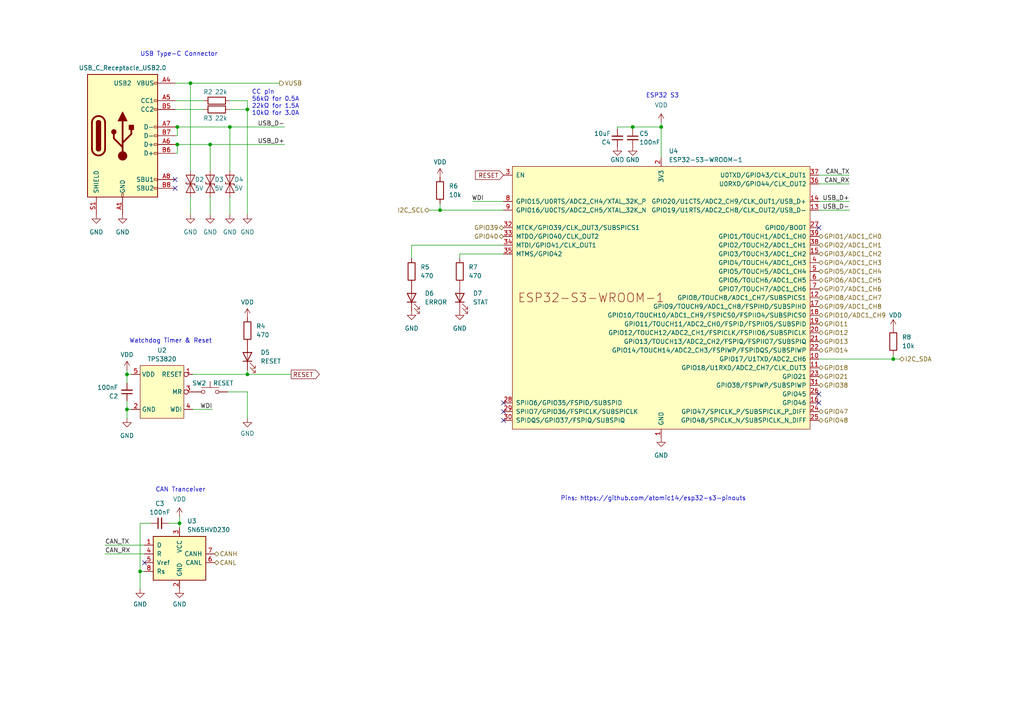
<source format=kicad_sch>
(kicad_sch (version 20231120) (generator "eeschema") (generator_version "8.0")
  (paper "A4")
  (lib_symbols
    (symbol "Connector:USB_C_Receptacle_USB2.0" (pin_names (offset 1.016))
      (property "Reference" "J" (at -10.16 19.05 0))
      (property "Value" "USB_C_Receptacle_USB2.0" (at 19.05 19.05 0))
      (symbol "USB_C_Receptacle_USB2.0_0_0"
        (rectangle (start -0.254 -17.78) (end 0.254 -16.764))
        (rectangle (start 10.16 -14.986) (end 9.144 -15.494))
        (rectangle (start 10.16 -12.446) (end 9.144 -12.954))
        (rectangle (start 10.16 -4.826) (end 9.144 -5.334))
        (rectangle (start 10.16 -2.286) (end 9.144 -2.794))
        (rectangle (start 10.16 0.254) (end 9.144 -0.254))
        (rectangle (start 10.16 2.794) (end 9.144 2.286))
        (rectangle (start 10.16 7.874) (end 9.144 7.366))
        (rectangle (start 10.16 10.414) (end 9.144 9.906))
        (rectangle (start 10.16 15.494) (end 9.144 14.986))
      )
      (symbol "USB_C_Receptacle_USB2.0_0_1"
        (rectangle (start -10.16 17.78) (end 10.16 -17.78) (stroke (width 0.254)) (fill (type background)))
        (arc (start -8.89 -3.81) (mid -6.985 -5.7067) (end -5.08 -3.81) (stroke (width 0.508)))
        (arc (start -7.62 -3.81) (mid -6.985 -4.4423) (end -6.35 -3.81) (stroke (width 0.254)))
        (arc (start -7.62 -3.81) (mid -6.985 -4.4423) (end -6.35 -3.81) (stroke (width 0.254)) (fill (type outline)))
        (rectangle (start -7.62 -3.81) (end -6.35 3.81) (stroke (width 0.254)) (fill (type outline)))
        (arc (start -6.35 3.81) (mid -6.985 4.4423) (end -7.62 3.81) (stroke (width 0.254)))
        (arc (start -6.35 3.81) (mid -6.985 4.4423) (end -7.62 3.81) (stroke (width 0.254)) (fill (type outline)))
        (arc (start -5.08 3.81) (mid -6.985 5.7067) (end -8.89 3.81) (stroke (width 0.508)))
        (circle (center -2.54 1.143) (radius 0.635) (stroke (width 0.254)) (fill (type outline)))
        (circle (center 0 -5.842) (radius 1.27) (fill (type outline)))
        (polyline (pts (xy -8.89 -3.81) (xy -8.89 3.81)) (stroke (width 0.508)))
        (polyline (pts (xy -5.08 3.81) (xy -5.08 -3.81)) (stroke (width 0.508)))
        (polyline (pts (xy 0 -5.842) (xy 0 4.318)) (stroke (width 0.508)))
        (polyline (pts (xy 0 -3.302) (xy -2.54 -0.762) (xy -2.54 0.508)) (stroke (width 0.508)))
        (polyline (pts (xy 0 -2.032) (xy 2.54 0.508) (xy 2.54 1.778)) (stroke (width 0.508)))
        (polyline (pts (xy -1.27 4.318) (xy 0 6.858) (xy 1.27 4.318) (xy -1.27 4.318)) (stroke (width 0.254)) (fill (type outline)))
        (rectangle (start 1.905 1.778) (end 3.175 3.048) (stroke (width 0.254)) (fill (type outline)))
      )
      (symbol "USB_C_Receptacle_USB2.0_1_1"
        (pin passive line (at 0 -22.86 90) (length 5.08) (name "GND") (number "A1"))
        (pin passive line (at 0 -22.86 90) (length 5.08) hide (name "GND") (number "A12"))
        (pin passive line (at 15.24 15.24 180) (length 5.08) (name "VBUS") (number "A4"))
        (pin bidirectional line (at 15.24 10.16 180) (length 5.08) (name "CC1") (number "A5"))
        (pin bidirectional line (at 15.24 -2.54 180) (length 5.08) (name "D+") (number "A6"))
        (pin bidirectional line (at 15.24 2.54 180) (length 5.08) (name "D-") (number "A7"))
        (pin bidirectional line (at 15.24 -12.7 180) (length 5.08) (name "SBU1") (number "A8"))
        (pin passive line (at 15.24 15.24 180) (length 5.08) hide (name "VBUS") (number "A9"))
        (pin passive line (at 0 -22.86 90) (length 5.08) hide (name "GND") (number "B1"))
        (pin passive line (at 0 -22.86 90) (length 5.08) hide (name "GND") (number "B12"))
        (pin passive line (at 15.24 15.24 180) (length 5.08) hide (name "VBUS") (number "B4"))
        (pin bidirectional line (at 15.24 7.62 180) (length 5.08) (name "CC2") (number "B5"))
        (pin bidirectional line (at 15.24 -5.08 180) (length 5.08) (name "D+") (number "B6"))
        (pin bidirectional line (at 15.24 0 180) (length 5.08) (name "D-") (number "B7"))
        (pin bidirectional line (at 15.24 -15.24 180) (length 5.08) (name "SBU2") (number "B8"))
        (pin passive line (at 15.24 15.24 180) (length 5.08) hide (name "VBUS") (number "B9"))
        (pin passive line (at -7.62 -22.86 90) (length 5.08) (name "SHIELD") (number "S1"))
      )
    )
    (symbol "Device:C_Small" (pin_numbers hide) (pin_names (offset 0.254) hide)
      (property "Reference" "C" (at 0.254 1.778 0))
      (property "Value" "C_Small" (at 0.254 -2.032 0))
      (symbol "C_Small_0_1"
        (polyline (pts (xy -1.524 -0.508) (xy 1.524 -0.508)) (stroke (width 0.3302)))
        (polyline (pts (xy -1.524 0.508) (xy 1.524 0.508)) (stroke (width 0.3048)))
      )
      (symbol "C_Small_1_1"
        (pin passive line (at 0 2.54 270) (length 2.032) (name "~") (number "1"))
        (pin passive line (at 0 -2.54 90) (length 2.032) (name "~") (number "2"))
      )
    )
    (symbol "Device:LED" (pin_numbers hide) (pin_names (offset 1.016) hide)
      (property "Reference" "D" (at 0 2.54 0))
      (property "Value" "LED" (at 0 -2.54 0))
      (symbol "LED_0_1"
        (polyline (pts (xy -1.27 -1.27) (xy -1.27 1.27)) (stroke (width 0.254)))
        (polyline (pts (xy -1.27 0) (xy 1.27 0)))
        (polyline (pts (xy 1.27 -1.27) (xy 1.27 1.27) (xy -1.27 0) (xy 1.27 -1.27)) (stroke (width 0.254)))
        (polyline (pts (xy -3.048 -0.762) (xy -4.572 -2.286) (xy -3.81 -2.286) (xy -4.572 -2.286) (xy -4.572 -1.524)))
        (polyline (pts (xy -1.778 -0.762) (xy -3.302 -2.286) (xy -2.54 -2.286) (xy -3.302 -2.286) (xy -3.302 -1.524)))
      )
      (symbol "LED_1_1"
        (pin passive line (at -3.81 0 0) (length 2.54) (name "K") (number "1"))
        (pin passive line (at 3.81 0 180) (length 2.54) (name "A") (number "2"))
      )
    )
    (symbol "Device:R" (pin_numbers hide) (pin_names (offset 0))
      (property "Reference" "R" (at 2.032 0 90))
      (property "Value" "R" (at 0 0 90))
      (symbol "R_0_1"
        (rectangle (start -1.016 -2.54) (end 1.016 2.54) (stroke (width 0.254)))
      )
      (symbol "R_1_1"
        (pin passive line (at 0 3.81 270) (length 1.27) (name "~") (number "1"))
        (pin passive line (at 0 -3.81 90) (length 1.27) (name "~") (number "2"))
      )
    )
    (symbol "Diode:ESD9B5.0ST5G" (pin_numbers hide) (pin_names (offset 1.016) hide)
      (property "Reference" "D" (at 0 2.54 0))
      (property "Value" "ESD9B5.0ST5G" (at 0 -2.54 0))
      (symbol "ESD9B5.0ST5G_0_1"
        (polyline (pts (xy 1.27 0) (xy -1.27 0)))
        (polyline (pts (xy -2.54 -1.27) (xy 0 0) (xy -2.54 1.27) (xy -2.54 -1.27)) (stroke (width 0.2032)))
        (polyline (pts (xy 0.508 1.27) (xy 0 1.27) (xy 0 -1.27) (xy -0.508 -1.27)) (stroke (width 0.2032)))
        (polyline (pts (xy 2.54 1.27) (xy 2.54 -1.27) (xy 0 0) (xy 2.54 1.27)) (stroke (width 0.2032)))
      )
      (symbol "ESD9B5.0ST5G_1_1"
        (pin passive line (at -3.81 0 0) (length 2.54) (name "A1") (number "1"))
        (pin passive line (at 3.81 0 180) (length 2.54) (name "A2") (number "2"))
      )
    )
    (symbol "Interface_CAN_LIN:SN65HVD230" (pin_names (offset 1.016))
      (property "Reference" "U" (at -2.54 10.16 0))
      (property "Value" "SN65HVD230" (at -2.54 7.62 0))
      (symbol "SN65HVD230_0_1"
        (rectangle (start -7.62 5.08) (end 7.62 -7.62) (stroke (width 0.254)) (fill (type background)))
      )
      (symbol "SN65HVD230_1_1"
        (pin input line (at -10.16 2.54 0) (length 2.54) (name "D") (number "1"))
        (pin power_in line (at 0 -10.16 90) (length 2.54) (name "GND") (number "2"))
        (pin power_in line (at 0 7.62 270) (length 2.54) (name "VCC") (number "3"))
        (pin output line (at -10.16 0 0) (length 2.54) (name "R") (number "4"))
        (pin output line (at -10.16 -2.54 0) (length 2.54) (name "Vref") (number "5"))
        (pin bidirectional line (at 10.16 -2.54 180) (length 2.54) (name "CANL") (number "6"))
        (pin bidirectional line (at 10.16 0 180) (length 2.54) (name "CANH") (number "7"))
        (pin input line (at -10.16 -5.08 0) (length 2.54) (name "Rs") (number "8"))
      )
    )
    (symbol "PCM_Espressif:ESP32-S3-WROOM-1" (pin_names (offset 1.016))
      (property "Reference" "U" (at -43.18 43.18 0))
      (property "Value" "ESP32-S3-WROOM-1" (at -43.18 40.64 0))
      (symbol "ESP32-S3-WROOM-1_0_0"
        (text "ESP32-S3-WROOM-1" (at -20.32 0 0) (effects (font (size 2.54 2.54))))
        (pin power_in line (at 0 -40.64 90) (length 2.54) (name "GND") (number "1"))
        (pin bidirectional line (at 45.72 -17.78 180) (length 2.54) (name "GPIO17/U1TXD/ADC2_CH6") (number "10"))
        (pin bidirectional line (at 45.72 -20.32 180) (length 2.54) (name "GPIO18/U1RXD/ADC2_CH7/CLK_OUT3") (number "11"))
        (pin bidirectional line (at 45.72 0 180) (length 2.54) (name "GPIO8/TOUCH8/ADC1_CH7/SUBSPICS1") (number "12"))
        (pin bidirectional line (at 45.72 25.4 180) (length 2.54) (name "GPIO19/U1RTS/ADC2_CH8/CLK_OUT2/USB_D-") (number "13"))
        (pin bidirectional line (at 45.72 27.94 180) (length 2.54) (name "GPIO20/U1CTS/ADC2_CH9/CLK_OUT1/USB_D+") (number "14"))
        (pin bidirectional line (at 45.72 12.7 180) (length 2.54) (name "GPIO3/TOUCH3/ADC1_CH2") (number "15"))
        (pin bidirectional line (at 45.72 -30.48 180) (length 2.54) (name "GPIO46") (number "16"))
        (pin bidirectional line (at 45.72 -2.54 180) (length 2.54) (name "GPIO9/TOUCH9/ADC1_CH8/FSPIHD/SUBSPIHD") (number "17"))
        (pin bidirectional line (at 45.72 -5.08 180) (length 2.54) (name "GPIO10/TOUCH10/ADC1_CH9/FSPICS0/FSPIIO4/SUBSPICS0") (number "18"))
        (pin bidirectional line (at 45.72 -7.62 180) (length 2.54) (name "GPIO11/TOUCH11/ADC2_CH0/FSPID/FSPIIO5/SUBSPID") (number "19"))
        (pin power_in line (at 0 40.64 270) (length 2.54) (name "3V3") (number "2"))
        (pin bidirectional line (at 45.72 -10.16 180) (length 2.54) (name "GPIO12/TOUCH12/ADC2_CH1/FSPICLK/FSPIIO6/SUBSPICLK") (number "20"))
        (pin bidirectional line (at 45.72 -12.7 180) (length 2.54) (name "GPIO13/TOUCH13/ADC2_CH2/FSPIQ/FSPIIO7/SUBSPIQ") (number "21"))
        (pin bidirectional line (at 45.72 -15.24 180) (length 2.54) (name "GPIO14/TOUCH14/ADC2_CH3/FSPIWP/FSPIDQS/SUBSPIWP") (number "22"))
        (pin bidirectional line (at 45.72 -22.86 180) (length 2.54) (name "GPIO21") (number "23"))
        (pin bidirectional line (at 45.72 -33.02 180) (length 2.54) (name "GPIO47/SPICLK_P/SUBSPICLK_P_DIFF") (number "24"))
        (pin bidirectional line (at 45.72 -35.56 180) (length 2.54) (name "GPIO48/SPICLK_N/SUBSPICLK_N_DIFF") (number "25"))
        (pin bidirectional line (at 45.72 -27.94 180) (length 2.54) (name "GPIO45") (number "26"))
        (pin bidirectional line (at 45.72 20.32 180) (length 2.54) (name "GPIO0/BOOT") (number "27"))
        (pin bidirectional line (at -45.72 -30.48 0) (length 2.54) (name "SPIIO6/GPIO35/FSPID/SUBSPID") (number "28"))
        (pin bidirectional line (at -45.72 -33.02 0) (length 2.54) (name "SPIIO7/GPIO36/FSPICLK/SUBSPICLK") (number "29"))
        (pin input line (at -45.72 35.56 0) (length 2.54) (name "EN") (number "3"))
        (pin bidirectional line (at -45.72 -35.56 0) (length 2.54) (name "SPIDQS/GPIO37/FSPIQ/SUBSPIQ") (number "30"))
        (pin bidirectional line (at 45.72 -25.4 180) (length 2.54) (name "GPIO38/FSPIWP/SUBSPIWP") (number "31"))
        (pin bidirectional line (at -45.72 20.32 0) (length 2.54) (name "MTCK/GPIO39/CLK_OUT3/SUBSPICS1") (number "32"))
        (pin bidirectional line (at -45.72 17.78 0) (length 2.54) (name "MTDO/GPIO40/CLK_OUT2") (number "33"))
        (pin bidirectional line (at -45.72 15.24 0) (length 2.54) (name "MTDI/GPIO41/CLK_OUT1") (number "34"))
        (pin bidirectional line (at -45.72 12.7 0) (length 2.54) (name "MTMS/GPIO42") (number "35"))
        (pin bidirectional line (at 45.72 33.02 180) (length 2.54) (name "U0RXD/GPIO44/CLK_OUT2") (number "36"))
        (pin bidirectional line (at 45.72 35.56 180) (length 2.54) (name "U0TXD/GPIO43/CLK_OUT1") (number "37"))
        (pin bidirectional line (at 45.72 15.24 180) (length 2.54) (name "GPIO2/TOUCH2/ADC1_CH1") (number "38"))
        (pin bidirectional line (at 45.72 17.78 180) (length 2.54) (name "GPIO1/TOUCH1/ADC1_CH0") (number "39"))
        (pin bidirectional line (at 45.72 10.16 180) (length 2.54) (name "GPIO4/TOUCH4/ADC1_CH3") (number "4"))
        (pin passive line (at 0 -40.64 90) (length 2.54) hide (name "GND") (number "40"))
        (pin passive line (at 0 -40.64 90) (length 2.54) hide (name "GND") (number "41"))
        (pin bidirectional line (at 45.72 7.62 180) (length 2.54) (name "GPIO5/TOUCH5/ADC1_CH4") (number "5"))
        (pin bidirectional line (at 45.72 5.08 180) (length 2.54) (name "GPIO6/TOUCH6/ADC1_CH5") (number "6"))
        (pin bidirectional line (at 45.72 2.54 180) (length 2.54) (name "GPIO7/TOUCH7/ADC1_CH6") (number "7"))
        (pin bidirectional line (at -45.72 27.94 0) (length 2.54) (name "GPIO15/U0RTS/ADC2_CH4/XTAL_32K_P") (number "8"))
        (pin bidirectional line (at -45.72 25.4 0) (length 2.54) (name "GPIO16/U0CTS/ADC2_CH5/XTAL_32K_N") (number "9"))
      )
      (symbol "ESP32-S3-WROOM-1_0_1"
        (rectangle (start -43.18 38.1) (end 43.18 -38.1) (fill (type background)))
      )
    )
    (symbol "Switch:SW_Push" (pin_numbers hide) (pin_names (offset 1.016) hide)
      (property "Reference" "SW" (at 1.27 2.54 0))
      (property "Value" "SW_Push" (at 0 -1.524 0))
      (symbol "SW_Push_0_1"
        (circle (center -2.032 0) (radius 0.508))
        (polyline (pts (xy 0 1.27) (xy 0 3.048)))
        (polyline (pts (xy 2.54 1.27) (xy -2.54 1.27)))
        (circle (center 2.032 0) (radius 0.508))
        (pin passive line (at -5.08 0 0) (length 2.54) (name "1") (number "1"))
        (pin passive line (at 5.08 0 180) (length 2.54) (name "2") (number "2"))
      )
    )
    (symbol "WOBCLibrary:TPS3820"
      (property "Reference" "U" (at 0 0 0))
      (property "Value" "TPS3820" (at 0 8.89 0))
      (symbol "TPS3820_1_1"
        (rectangle (start -6.35 7.62) (end 6.35 -7.62) (fill (type background)))
        (pin output inverted (at 8.89 5.08 180) (length 2.54) (name "RESET") (number "1"))
        (pin power_in line (at -8.89 -5.08 0) (length 2.54) (name "GND") (number "2"))
        (pin input inverted (at 8.89 0 180) (length 2.54) (name "MR") (number "3"))
        (pin input line (at 8.89 -5.08 180) (length 2.54) (name "WDI") (number "4"))
        (pin power_in line (at -8.89 5.08 0) (length 2.54) (name "VDD") (number "5"))
      )
    )
    (symbol "power:GND" (power) (pin_names (offset 0))
      (property "Value" "GND" (at 0 -3.81 0))
      (symbol "GND_0_1"
        (polyline (pts (xy 0 0) (xy 0 -1.27) (xy 1.27 -1.27) (xy 0 -2.54) (xy -1.27 -1.27) (xy 0 -1.27)))
      )
      (symbol "GND_1_1"
        (pin power_in line (at 0 0 270) (length 0) hide (name "GND") (number "1"))
      )
    )
    (symbol "power:VDD" (power) (pin_names (offset 0))
      (property "Value" "VDD" (at 0 3.81 0))
      (symbol "VDD_0_1"
        (polyline (pts (xy -0.762 1.27) (xy 0 2.54)))
        (polyline (pts (xy 0 0) (xy 0 2.54)))
        (polyline (pts (xy 0 2.54) (xy 0.762 1.27)))
      )
      (symbol "VDD_1_1"
        (pin power_in line (at 0 0 90) (length 0) hide (name "VDD") (number "1"))
      )
    )
  )
  (junction (at 127.635 60.96))
  (junction (at 71.755 31.75))
  (junction (at 66.675 36.83))
  (junction (at 40.64 165.735))
  (junction (at 55.245 24.13))
  (junction (at 36.83 108.585))
  (junction (at 259.08 104.14))
  (junction (at 36.83 118.745))
  (junction (at 52.07 151.765))
  (junction (at 51.435 36.83))
  (junction (at 183.515 36.83))
  (junction (at 60.96 41.91))
  (junction (at 71.755 108.585))
  (junction (at 191.77 36.83))
  (junction (at 51.435 41.91))
  (no_connect (at 237.49 116.84))
  (no_connect (at 237.49 66.04))
  (no_connect (at 41.91 163.195))
  (no_connect (at 146.05 116.84))
  (no_connect (at 146.05 121.92))
  (no_connect (at 237.49 114.3))
  (no_connect (at 50.8 54.61))
  (no_connect (at 146.05 119.38))
  (no_connect (at 50.8 52.07))
  (wire (pts (xy 60.96 62.23) (xy 60.96 57.15)))
  (wire (pts (xy 50.8 44.45) (xy 51.435 44.45)))
  (wire (pts (xy 84.455 108.585) (xy 71.755 108.585)))
  (wire (pts (xy 246.38 60.96) (xy 237.49 60.96)))
  (wire (pts (xy 40.64 170.815) (xy 40.64 165.735)))
  (wire (pts (xy 60.96 41.91) (xy 60.96 49.53)))
  (wire (pts (xy 55.245 62.23) (xy 55.245 57.15)))
  (wire (pts (xy 127.635 59.055) (xy 127.635 60.96)))
  (wire (pts (xy 50.8 36.83) (xy 51.435 36.83)))
  (wire (pts (xy 119.38 71.12) (xy 146.05 71.12)))
  (wire (pts (xy 82.55 41.91) (xy 60.96 41.91)))
  (wire (pts (xy 66.675 29.21) (xy 71.755 29.21)))
  (wire (pts (xy 259.08 102.87) (xy 259.08 104.14)))
  (wire (pts (xy 51.435 41.91) (xy 50.8 41.91)))
  (wire (pts (xy 191.77 36.83) (xy 183.515 36.83)))
  (wire (pts (xy 59.055 31.75) (xy 50.8 31.75)))
  (wire (pts (xy 71.755 113.665) (xy 71.755 121.285)))
  (wire (pts (xy 191.77 36.83) (xy 191.77 45.72)))
  (wire (pts (xy 36.83 116.205) (xy 36.83 118.745)))
  (wire (pts (xy 66.675 36.83) (xy 82.55 36.83)))
  (wire (pts (xy 66.675 31.75) (xy 71.755 31.75)))
  (wire (pts (xy 183.515 36.83) (xy 183.515 37.465)))
  (wire (pts (xy 40.64 151.765) (xy 43.815 151.765)))
  (wire (pts (xy 55.245 24.13) (xy 50.8 24.13)))
  (wire (pts (xy 55.245 24.13) (xy 55.245 49.53)))
  (wire (pts (xy 36.83 108.585) (xy 38.1 108.585)))
  (wire (pts (xy 133.35 74.93) (xy 133.35 73.66)))
  (wire (pts (xy 119.38 71.12) (xy 119.38 74.93)))
  (wire (pts (xy 36.83 107.315) (xy 36.83 108.585)))
  (wire (pts (xy 51.435 39.37) (xy 51.435 36.83)))
  (wire (pts (xy 179.07 36.83) (xy 183.515 36.83)))
  (wire (pts (xy 40.64 165.735) (xy 41.91 165.735)))
  (wire (pts (xy 48.895 151.765) (xy 52.07 151.765)))
  (wire (pts (xy 51.435 36.83) (xy 66.675 36.83)))
  (wire (pts (xy 52.07 149.86) (xy 52.07 151.765)))
  (wire (pts (xy 237.49 50.8) (xy 246.38 50.8)))
  (wire (pts (xy 246.38 53.34) (xy 237.49 53.34)))
  (wire (pts (xy 191.77 35.56) (xy 191.77 36.83)))
  (wire (pts (xy 133.35 73.66) (xy 146.05 73.66)))
  (wire (pts (xy 60.96 41.91) (xy 51.435 41.91)))
  (wire (pts (xy 179.07 37.465) (xy 179.07 36.83)))
  (wire (pts (xy 61.595 118.745) (xy 55.88 118.745)))
  (wire (pts (xy 260.985 104.14) (xy 259.08 104.14)))
  (wire (pts (xy 66.675 36.83) (xy 66.675 49.53)))
  (wire (pts (xy 71.755 31.75) (xy 71.755 62.23)))
  (wire (pts (xy 59.055 29.21) (xy 50.8 29.21)))
  (wire (pts (xy 51.435 44.45) (xy 51.435 41.91)))
  (wire (pts (xy 30.48 160.655) (xy 41.91 160.655)))
  (wire (pts (xy 36.83 118.745) (xy 38.1 118.745)))
  (wire (pts (xy 55.245 24.13) (xy 81.0822 24.13)))
  (wire (pts (xy 66.04 113.665) (xy 71.755 113.665)))
  (wire (pts (xy 36.83 108.585) (xy 36.83 111.125)))
  (wire (pts (xy 124.46 60.96) (xy 127.635 60.96)))
  (wire (pts (xy 30.48 158.115) (xy 41.91 158.115)))
  (wire (pts (xy 66.675 62.23) (xy 66.675 57.15)))
  (wire (pts (xy 40.64 165.735) (xy 40.64 151.765)))
  (wire (pts (xy 259.08 104.14) (xy 237.49 104.14)))
  (wire (pts (xy 71.755 108.585) (xy 55.88 108.585)))
  (wire (pts (xy 137.16 58.42) (xy 146.05 58.42)))
  (wire (pts (xy 71.755 29.21) (xy 71.755 31.75)))
  (wire (pts (xy 52.07 151.765) (xy 52.07 153.035)))
  (wire (pts (xy 71.755 107.315) (xy 71.755 108.585)))
  (wire (pts (xy 246.38 58.42) (xy 237.49 58.42)))
  (wire (pts (xy 50.8 39.37) (xy 51.435 39.37)))
  (wire (pts (xy 36.83 121.285) (xy 36.83 118.745)))
  (wire (pts (xy 127.635 60.96) (xy 146.05 60.96)))
  (text "CC pin\n56kΩ for 0.5A\n22kΩ for 1.5A\n10kΩ for 3.0A" (at 73.025 33.655 0) (effects (font (size 1.27 1.27)) (justify left bottom)))
  (text "CAN Tranceiver" (at 45.085 142.875 0) (effects (font (size 1.27 1.27)) (justify left bottom)))
  (text "USB Type-C Connector" (at 40.64 16.51 0) (effects (font (size 1.27 1.27)) (justify left bottom)))
  (text "Watchdog Timer & Reset" (at 37.465 99.695 0) (effects (font (size 1.27 1.27)) (justify left bottom)))
  (text "ESP32 S3" (at 187.325 28.575 0) (effects (font (size 1.27 1.27)) (justify left bottom)))
  (text "Pins: https://github.com/atomic14/esp32-s3-pinouts" (at 162.56 145.415 0) (effects (font (size 1.27 1.27)) (justify left bottom)))
  (label "WDI" (at 61.595 118.745 180))
  (label "USB_D-" (at 82.55 36.83 180))
  (label "WDI" (at 140.335 58.42 180))
  (label "CAN_TX" (at 30.48 158.115 0))
  (label "USB_D+" (at 246.38 58.42 180))
  (label "CAN_RX" (at 30.48 160.655 0))
  (label "CAN_RX" (at 246.38 53.34 180))
  (label "CAN_TX" (at 239.395 50.8 0))
  (label "USB_D+" (at 82.55 41.91 180))
  (label "USB_D-" (at 246.38 60.96 180))
  (global_label "RESET" (shape input) (at 146.05 50.8 180) (property "Intersheetrefs" "${INTERSHEET_REFS}" (effects (hide yes))))
  (global_label "RESET" (shape output) (at 84.455 108.585 0) (property "Intersheetrefs" "${INTERSHEET_REFS}" (effects (hide yes))))
  (hierarchical_label "GPIO1{slash}ADC1_CH0" (shape bidirectional) (at 237.49 68.58 0))
  (hierarchical_label "I2C_SCL" (shape bidirectional) (at 124.46 60.96 180))
  (hierarchical_label "GPIO8{slash}ADC1_CH7" (shape bidirectional) (at 237.49 86.36 0))
  (hierarchical_label "GPIO40" (shape bidirectional) (at 146.05 68.58 180))
  (hierarchical_label "GPIO5{slash}ADC1_CH4" (shape bidirectional) (at 237.49 78.74 0))
  (hierarchical_label "GPIO14" (shape bidirectional) (at 237.49 101.6 0))
  (hierarchical_label "GPIO7{slash}ADC1_CH6" (shape bidirectional) (at 237.49 83.82 0))
  (hierarchical_label "GPIO38" (shape bidirectional) (at 237.49 111.76 0))
  (hierarchical_label "GPIO21" (shape bidirectional) (at 237.49 109.22 0))
  (hierarchical_label "GPIO11" (shape bidirectional) (at 237.49 93.98 0))
  (hierarchical_label "GPIO18" (shape bidirectional) (at 237.49 106.68 0))
  (hierarchical_label "VUSB" (shape output) (at 81.0822 24.13 0))
  (hierarchical_label "GPIO6{slash}ADC1_CH5" (shape bidirectional) (at 237.49 81.28 0))
  (hierarchical_label "CANL" (shape bidirectional) (at 62.23 163.195 0))
  (hierarchical_label "GPIO48" (shape bidirectional) (at 237.49 121.92 0))
  (hierarchical_label "GPIO39" (shape bidirectional) (at 146.05 66.04 180))
  (hierarchical_label "GPIO10{slash}ADC1_CH9" (shape bidirectional) (at 237.49 91.44 0))
  (hierarchical_label "GPIO12" (shape bidirectional) (at 237.49 96.52 0))
  (hierarchical_label "GPIO9{slash}ADC1_CH8" (shape bidirectional) (at 237.49 88.9 0))
  (hierarchical_label "GPIO13" (shape bidirectional) (at 237.49 99.06 0))
  (hierarchical_label "GPIO3{slash}ADC1_CH2" (shape bidirectional) (at 237.49 73.66 0))
  (hierarchical_label "GPIO4{slash}ADC1_CH3" (shape bidirectional) (at 237.49 76.2 0))
  (hierarchical_label "CANH" (shape bidirectional) (at 62.23 160.655 0))
  (hierarchical_label "GPIO2{slash}ADC1_CH1" (shape bidirectional) (at 237.49 71.12 0))
  (hierarchical_label "I2C_SDA" (shape bidirectional) (at 260.985 104.14 0))
  (hierarchical_label "GPIO47" (shape bidirectional) (at 237.49 119.38 0))
  (symbol (lib_id "power:GND") (at 183.515 42.545 0) (unit 1)
    (property "Reference" "#PWR019" (effects (hide yes)))
    (property "Value" "GND" (at 183.515 46.355 0))
  )
  (symbol (lib_id "power:GND") (at 71.755 121.285 0) (unit 1)
    (property "Reference" "#PWR014" (effects (hide yes)))
    (property "Value" "GND" (at 71.755 125.73 0))
  )
  (symbol (lib_id "Device:R") (at 127.635 55.245 0) (unit 1)
    (property "Reference" "R6" (at 130.175 53.975 0) (effects (justify left)))
    (property "Value" "10k" (at 130.175 56.515 0) (effects (justify left)))
    (property "Footprint" "Resistor_SMD:R_0402_1005Metric" (effects (hide yes)))
  )
  (symbol (lib_id "power:GND") (at 36.83 121.285 0) (unit 1)
    (property "Reference" "#PWR05" (effects (hide yes)))
    (property "Value" "GND" (at 36.83 126.365 0))
  )
  (symbol (lib_id "power:VDD") (at 36.83 107.315 0) (unit 1)
    (property "Reference" "#PWR04" (effects (hide yes)))
    (property "Value" "VDD" (at 36.83 102.87 0))
  )
  (symbol (lib_id "power:GND") (at 52.07 170.815 0) (unit 1)
    (property "Reference" "#PWR08" (effects (hide yes)))
    (property "Value" "GND" (at 52.07 175.26 0))
  )
  (symbol (lib_id "Device:LED") (at 119.38 86.36 90) (unit 1)
    (property "Reference" "D6" (at 123.19 85.09 90) (effects (justify right)))
    (property "Value" "ERROR" (at 123.19 87.63 90) (effects (justify right)))
    (property "Footprint" "LED_SMD:LED_0603_1608Metric" (effects (hide yes)))
  )
  (symbol (lib_id "Device:LED") (at 71.755 103.505 90) (unit 1)
    (property "Reference" "D5" (at 75.565 102.235 90) (effects (justify right)))
    (property "Value" "RESET" (at 75.565 104.775 90) (effects (justify right)))
    (property "Footprint" "LED_SMD:LED_0603_1608Metric" (effects (hide yes)))
  )
  (symbol (lib_id "power:VDD") (at 259.08 95.25 0) (unit 1)
    (property "Reference" "#PWR022" (effects (hide yes)))
    (property "Value" "VDD" (at 259.715 91.44 0))
  )
  (symbol (lib_id "power:GND") (at 60.96 62.23 0) (unit 1)
    (property "Reference" "#PWR010" (effects (hide yes)))
    (property "Value" "GND" (at 60.96 67.31 0))
  )
  (symbol (lib_id "power:GND") (at 27.94 62.23 0) (unit 1)
    (property "Reference" "#PWR02" (effects (hide yes)))
    (property "Value" "GND" (at 27.94 67.31 0))
  )
  (symbol (lib_id "Connector:USB_C_Receptacle_USB2.0") (at 35.56 39.37 0) (unit 1)
    (property "Reference" "USB2" (at 35.56 24.13 0))
    (property "Value" "USB_C_Receptacle_USB2.0" (at 35.56 19.685 0))
    (property "Footprint" "Connector_USB:USB_C_Receptacle_XKB_U262-16XN-4BVC11" (effects (hide yes)))
    (property "Datasheet" "https://www.usb.org/sites/default/files/documents/usb_type-c.zip" (effects (hide yes)))
  )
  (symbol (lib_id "power:GND") (at 66.675 62.23 0) (unit 1)
    (property "Reference" "#PWR011" (effects (hide yes)))
    (property "Value" "GND" (at 66.675 67.31 0))
  )
  (symbol (lib_id "power:GND") (at 119.38 90.17 0) (unit 1)
    (property "Reference" "#PWR015" (effects (hide yes)))
    (property "Value" "GND" (at 119.38 95.25 0))
  )
  (symbol (lib_id "PCM_Espressif:ESP32-S3-WROOM-1") (at 191.77 86.36 0) (unit 1)
    (property "Reference" "U4" (at 193.9641 43.815 0) (effects (justify left)))
    (property "Value" "ESP32-S3-WROOM-1" (at 193.9641 46.355 0) (effects (justify left)))
    (property "Footprint" "RF_Module:ESP32-S3-WROOM-1" (effects (hide yes)))
    (property "Datasheet" "https://www.espressif.com/sites/default/files/documentation/esp32-s3-wroom-1_wroom-1u_datasheet_en.pdf" (effects (hide yes)))
  )
  (symbol (lib_id "Diode:ESD9B5.0ST5G") (at 66.675 53.34 90) (unit 1)
    (property "Reference" "D4" (at 67.945 52.07 90) (effects (justify right)))
    (property "Value" "5V" (at 67.945 54.61 90) (effects (justify right)))
    (property "Footprint" "Diode_SMD:D_SOD-923" (effects (hide yes)))
    (property "Datasheet" "https://www.onsemi.com/pub/Collateral/ESD9B-D.PDF" (effects (hide yes)))
  )
  (symbol (lib_id "power:GND") (at 179.07 42.545 0) (unit 1)
    (property "Reference" "#PWR018" (effects (hide yes)))
    (property "Value" "GND" (at 179.07 46.355 0))
  )
  (symbol (lib_id "Diode:ESD9B5.0ST5G") (at 60.96 53.34 90) (unit 1)
    (property "Reference" "D3" (at 62.23 52.07 90) (effects (justify right)))
    (property "Value" "5V" (at 62.23 54.61 90) (effects (justify right)))
    (property "Footprint" "Diode_SMD:D_SOD-923" (effects (hide yes)))
    (property "Datasheet" "https://www.onsemi.com/pub/Collateral/ESD9B-D.PDF" (effects (hide yes)))
  )
  (symbol (lib_id "power:GND") (at 133.35 90.17 0) (unit 1)
    (property "Reference" "#PWR017" (effects (hide yes)))
    (property "Value" "GND" (at 133.35 95.25 0))
  )
  (symbol (lib_id "Device:C_Small") (at 46.355 151.765 90) (unit 1)
    (property "Reference" "C3" (at 46.355 146.05 90))
    (property "Value" "100nF" (at 46.355 148.59 90))
    (property "Footprint" "Capacitor_SMD:C_0402_1005Metric" (effects (hide yes)))
  )
  (symbol (lib_id "Device:R") (at 259.08 99.06 0) (unit 1)
    (property "Reference" "R8" (at 261.62 97.79 0) (effects (justify left)))
    (property "Value" "10k" (at 261.62 100.33 0) (effects (justify left)))
    (property "Footprint" "Resistor_SMD:R_0402_1005Metric" (effects (hide yes)))
  )
  (symbol (lib_id "Diode:ESD9B5.0ST5G") (at 55.245 53.34 90) (unit 1)
    (property "Reference" "D2" (at 56.515 52.07 90) (effects (justify right)))
    (property "Value" "5V" (at 56.515 54.61 90) (effects (justify right)))
    (property "Footprint" "Diode_SMD:D_SOD-923" (effects (hide yes)))
    (property "Datasheet" "https://www.onsemi.com/pub/Collateral/ESD9B-D.PDF" (effects (hide yes)))
  )
  (symbol (lib_id "WOBCLibrary:TPS3820") (at 46.99 113.665 0) (unit 1)
    (property "Reference" "U2" (at 46.99 101.6 0))
    (property "Value" "TPS3820" (at 46.99 104.14 0))
    (property "Footprint" "PCM_Package_TO_SOT_SMD_AKL:SOT-23-5" (effects (hide yes)))
  )
  (symbol (lib_id "power:VDD") (at 127.635 51.435 0) (unit 1)
    (property "Reference" "#PWR016" (effects (hide yes)))
    (property "Value" "VDD" (at 127.635 46.99 0))
  )
  (symbol (lib_id "Device:LED") (at 133.35 86.36 90) (unit 1)
    (property "Reference" "D7" (at 137.16 85.09 90) (effects (justify right)))
    (property "Value" "STAT" (at 137.16 87.63 90) (effects (justify right)))
    (property "Footprint" "LED_SMD:LED_0603_1608Metric" (effects (hide yes)))
  )
  (symbol (lib_id "Device:C_Small") (at 183.515 40.005 0) (unit 1)
    (property "Reference" "C5" (at 185.42 38.735 0) (effects (justify left)))
    (property "Value" "100nF" (at 185.42 41.275 0) (effects (justify left)))
    (property "Footprint" "Capacitor_SMD:C_0402_1005Metric" (effects (hide yes)))
  )
  (symbol (lib_id "power:VDD") (at 71.755 92.075 0) (unit 1)
    (property "Reference" "#PWR013" (effects (hide yes)))
    (property "Value" "VDD" (at 71.755 87.63 0))
  )
  (symbol (lib_id "Device:R") (at 71.755 95.885 0) (unit 1)
    (property "Reference" "R4" (at 74.295 94.615 0) (effects (justify left)))
    (property "Value" "470" (at 74.295 97.155 0) (effects (justify left)))
    (property "Footprint" "Resistor_SMD:R_0402_1005Metric" (effects (hide yes)))
  )
  (symbol (lib_id "Switch:SW_Push") (at 60.96 113.665 0) (unit 1)
    (property "Reference" "SW2" (at 57.785 111.125 0))
    (property "Value" "RESET" (at 64.77 111.125 0))
    (property "Footprint" "WOBCLibrary:TVAF06-A020B-R" (effects (hide yes)))
  )
  (symbol (lib_id "Device:R") (at 133.35 78.74 0) (unit 1)
    (property "Reference" "R7" (at 135.89 77.47 0) (effects (justify left)))
    (property "Value" "470" (at 135.89 80.01 0) (effects (justify left)))
    (property "Footprint" "Resistor_SMD:R_0402_1005Metric" (effects (hide yes)))
  )
  (symbol (lib_id "power:VDD") (at 191.77 35.56 0) (unit 1)
    (property "Reference" "#PWR020" (effects (hide yes)))
    (property "Value" "VDD" (at 191.77 30.48 0))
  )
  (symbol (lib_id "Device:R") (at 119.38 78.74 0) (unit 1)
    (property "Reference" "R5" (at 121.92 77.47 0) (effects (justify left)))
    (property "Value" "470" (at 121.92 80.01 0) (effects (justify left)))
    (property "Footprint" "Resistor_SMD:R_0402_1005Metric" (effects (hide yes)))
  )
  (symbol (lib_id "power:GND") (at 191.77 127 0) (unit 1)
    (property "Reference" "#PWR021" (effects (hide yes)))
    (property "Value" "GND" (at 191.77 132.08 0))
  )
  (symbol (lib_id "Device:R") (at 62.865 29.21 90) (unit 1)
    (property "Reference" "R2" (at 60.325 26.67 90))
    (property "Value" "22k" (at 64.135 26.67 90))
    (property "Footprint" "Resistor_SMD:R_0402_1005Metric" (effects (hide yes)))
  )
  (symbol (lib_id "Device:C_Small") (at 36.83 113.665 180) (unit 1)
    (property "Reference" "C2" (at 34.29 114.9287 0) (effects (justify left)))
    (property "Value" "100nF" (at 34.29 112.3887 0) (effects (justify left)))
    (property "Footprint" "Capacitor_SMD:C_0402_1005Metric" (effects (hide yes)))
  )
  (symbol (lib_id "Device:C_Small") (at 179.07 40.005 180) (unit 1)
    (property "Reference" "C4" (at 177.165 41.275 0) (effects (justify left)))
    (property "Value" "10uF" (at 177.165 38.735 0) (effects (justify left)))
    (property "Footprint" "Capacitor_SMD:C_0603_1608Metric" (effects (hide yes)))
  )
  (symbol (lib_id "Interface_CAN_LIN:SN65HVD230") (at 52.07 160.655 0) (unit 1)
    (property "Reference" "U3" (at 54.2641 151.13 0) (effects (justify left)))
    (property "Value" "SN65HVD230" (at 54.2641 153.67 0) (effects (justify left)))
    (property "Footprint" "Package_SO:SOIC-8_3.9x4.9mm_P1.27mm" (effects (hide yes)))
    (property "Datasheet" "http://www.ti.com/lit/ds/symlink/sn65hvd230.pdf" (effects (hide yes)))
  )
  (symbol (lib_id "power:GND") (at 40.64 170.815 0) (unit 1)
    (property "Reference" "#PWR06" (effects (hide yes)))
    (property "Value" "GND" (at 40.64 175.26 0))
  )
  (symbol (lib_id "power:GND") (at 35.56 62.23 0) (unit 1)
    (property "Reference" "#PWR03" (effects (hide yes)))
    (property "Value" "GND" (at 35.56 67.31 0))
  )
  (symbol (lib_id "power:VDD") (at 52.07 149.86 0) (unit 1)
    (property "Reference" "#PWR07" (effects (hide yes)))
    (property "Value" "VDD" (at 52.07 144.78 0))
  )
  (symbol (lib_id "power:GND") (at 71.755 62.23 0) (unit 1)
    (property "Reference" "#PWR012" (effects (hide yes)))
    (property "Value" "GND" (at 71.755 67.31 0))
  )
  (symbol (lib_id "Device:R") (at 62.865 31.75 90) (unit 1)
    (property "Reference" "R3" (at 60.325 34.29 90))
    (property "Value" "22k" (at 64.135 34.29 90))
    (property "Footprint" "Resistor_SMD:R_0402_1005Metric" (effects (hide yes)))
  )
  (symbol (lib_id "power:GND") (at 55.245 62.23 0) (unit 1)
    (property "Reference" "#PWR09" (effects (hide yes)))
    (property "Value" "GND" (at 55.245 67.31 0))
  )
)
</source>
